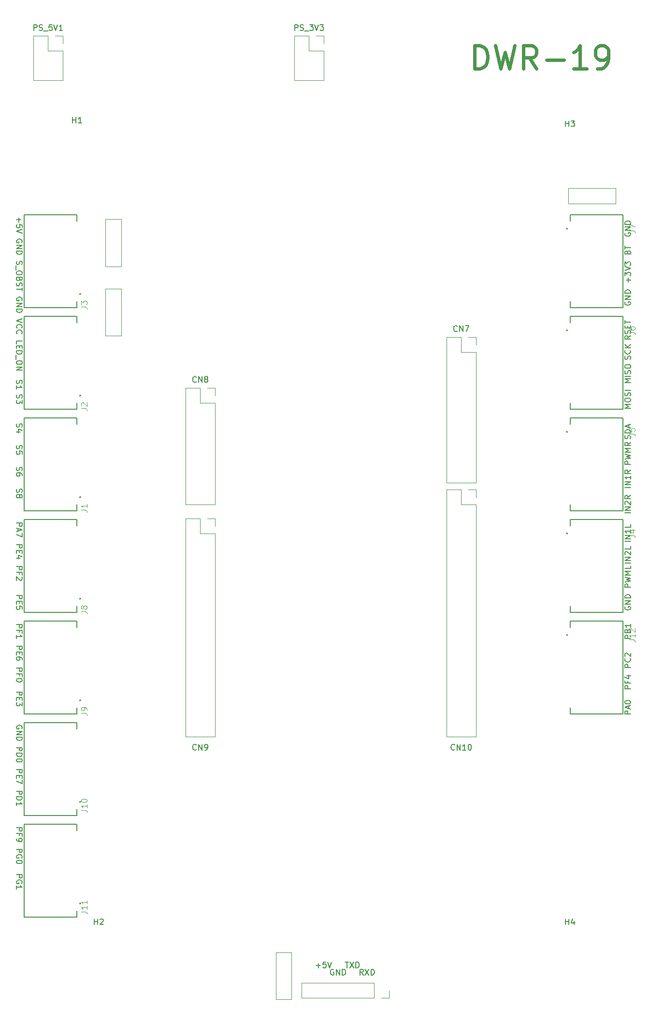
<source format=gbr>
%TF.GenerationSoftware,KiCad,Pcbnew,(5.1.10)-1*%
%TF.CreationDate,2021-06-13T22:47:20+01:00*%
%TF.ProjectId,shield,73686965-6c64-42e6-9b69-6361645f7063,rev?*%
%TF.SameCoordinates,Original*%
%TF.FileFunction,Legend,Top*%
%TF.FilePolarity,Positive*%
%FSLAX46Y46*%
G04 Gerber Fmt 4.6, Leading zero omitted, Abs format (unit mm)*
G04 Created by KiCad (PCBNEW (5.1.10)-1) date 2021-06-13 22:47:20*
%MOMM*%
%LPD*%
G01*
G04 APERTURE LIST*
%ADD10C,0.150000*%
%ADD11C,0.600000*%
%ADD12C,0.200000*%
%ADD13C,0.127000*%
%ADD14C,0.120000*%
%ADD15C,0.015000*%
G04 APERTURE END LIST*
D10*
X49077619Y-173386904D02*
X50077619Y-173386904D01*
X50077619Y-173767857D01*
X50030000Y-173863095D01*
X49982380Y-173910714D01*
X49887142Y-173958333D01*
X49744285Y-173958333D01*
X49649047Y-173910714D01*
X49601428Y-173863095D01*
X49553809Y-173767857D01*
X49553809Y-173386904D01*
X50030000Y-174910714D02*
X50077619Y-174815476D01*
X50077619Y-174672619D01*
X50030000Y-174529761D01*
X49934761Y-174434523D01*
X49839523Y-174386904D01*
X49649047Y-174339285D01*
X49506190Y-174339285D01*
X49315714Y-174386904D01*
X49220476Y-174434523D01*
X49125238Y-174529761D01*
X49077619Y-174672619D01*
X49077619Y-174767857D01*
X49125238Y-174910714D01*
X49172857Y-174958333D01*
X49506190Y-174958333D01*
X49506190Y-174767857D01*
X49077619Y-175910714D02*
X49077619Y-175339285D01*
X49077619Y-175625000D02*
X50077619Y-175625000D01*
X49934761Y-175529761D01*
X49839523Y-175434523D01*
X49791904Y-175339285D01*
D11*
X129350952Y-32289523D02*
X129350952Y-28289523D01*
X130303333Y-28289523D01*
X130874761Y-28480000D01*
X131255714Y-28860952D01*
X131446190Y-29241904D01*
X131636666Y-30003809D01*
X131636666Y-30575238D01*
X131446190Y-31337142D01*
X131255714Y-31718095D01*
X130874761Y-32099047D01*
X130303333Y-32289523D01*
X129350952Y-32289523D01*
X132970000Y-28289523D02*
X133922380Y-32289523D01*
X134684285Y-29432380D01*
X135446190Y-32289523D01*
X136398571Y-28289523D01*
X140208095Y-32289523D02*
X138874761Y-30384761D01*
X137922380Y-32289523D02*
X137922380Y-28289523D01*
X139446190Y-28289523D01*
X139827142Y-28480000D01*
X140017619Y-28670476D01*
X140208095Y-29051428D01*
X140208095Y-29622857D01*
X140017619Y-30003809D01*
X139827142Y-30194285D01*
X139446190Y-30384761D01*
X137922380Y-30384761D01*
X141922380Y-30765714D02*
X144970000Y-30765714D01*
X148970000Y-32289523D02*
X146684285Y-32289523D01*
X147827142Y-32289523D02*
X147827142Y-28289523D01*
X147446190Y-28860952D01*
X147065238Y-29241904D01*
X146684285Y-29432380D01*
X150874761Y-32289523D02*
X151636666Y-32289523D01*
X152017619Y-32099047D01*
X152208095Y-31908571D01*
X152589047Y-31337142D01*
X152779523Y-30575238D01*
X152779523Y-29051428D01*
X152589047Y-28670476D01*
X152398571Y-28480000D01*
X152017619Y-28289523D01*
X151255714Y-28289523D01*
X150874761Y-28480000D01*
X150684285Y-28670476D01*
X150493809Y-29051428D01*
X150493809Y-30003809D01*
X150684285Y-30384761D01*
X150874761Y-30575238D01*
X151255714Y-30765714D01*
X152017619Y-30765714D01*
X152398571Y-30575238D01*
X152589047Y-30384761D01*
X152779523Y-30003809D01*
D10*
X156662380Y-145311666D02*
X155662380Y-145311666D01*
X155662380Y-144930714D01*
X155710000Y-144835476D01*
X155757619Y-144787857D01*
X155852857Y-144740238D01*
X155995714Y-144740238D01*
X156090952Y-144787857D01*
X156138571Y-144835476D01*
X156186190Y-144930714D01*
X156186190Y-145311666D01*
X156376666Y-144359285D02*
X156376666Y-143883095D01*
X156662380Y-144454523D02*
X155662380Y-144121190D01*
X156662380Y-143787857D01*
X155662380Y-143264047D02*
X155662380Y-143168809D01*
X155710000Y-143073571D01*
X155757619Y-143025952D01*
X155852857Y-142978333D01*
X156043333Y-142930714D01*
X156281428Y-142930714D01*
X156471904Y-142978333D01*
X156567142Y-143025952D01*
X156614761Y-143073571D01*
X156662380Y-143168809D01*
X156662380Y-143264047D01*
X156614761Y-143359285D01*
X156567142Y-143406904D01*
X156471904Y-143454523D01*
X156281428Y-143502142D01*
X156043333Y-143502142D01*
X155852857Y-143454523D01*
X155757619Y-143406904D01*
X155710000Y-143359285D01*
X155662380Y-143264047D01*
X156662380Y-140866666D02*
X155662380Y-140866666D01*
X155662380Y-140485714D01*
X155710000Y-140390476D01*
X155757619Y-140342857D01*
X155852857Y-140295238D01*
X155995714Y-140295238D01*
X156090952Y-140342857D01*
X156138571Y-140390476D01*
X156186190Y-140485714D01*
X156186190Y-140866666D01*
X156138571Y-139533333D02*
X156138571Y-139866666D01*
X156662380Y-139866666D02*
X155662380Y-139866666D01*
X155662380Y-139390476D01*
X155995714Y-138580952D02*
X156662380Y-138580952D01*
X155614761Y-138819047D02*
X156329047Y-139057142D01*
X156329047Y-138438095D01*
X156662380Y-137128095D02*
X155662380Y-137128095D01*
X155662380Y-136747142D01*
X155710000Y-136651904D01*
X155757619Y-136604285D01*
X155852857Y-136556666D01*
X155995714Y-136556666D01*
X156090952Y-136604285D01*
X156138571Y-136651904D01*
X156186190Y-136747142D01*
X156186190Y-137128095D01*
X156567142Y-135556666D02*
X156614761Y-135604285D01*
X156662380Y-135747142D01*
X156662380Y-135842380D01*
X156614761Y-135985238D01*
X156519523Y-136080476D01*
X156424285Y-136128095D01*
X156233809Y-136175714D01*
X156090952Y-136175714D01*
X155900476Y-136128095D01*
X155805238Y-136080476D01*
X155710000Y-135985238D01*
X155662380Y-135842380D01*
X155662380Y-135747142D01*
X155710000Y-135604285D01*
X155757619Y-135556666D01*
X155757619Y-135175714D02*
X155710000Y-135128095D01*
X155662380Y-135032857D01*
X155662380Y-134794761D01*
X155710000Y-134699523D01*
X155757619Y-134651904D01*
X155852857Y-134604285D01*
X155948095Y-134604285D01*
X156090952Y-134651904D01*
X156662380Y-135223333D01*
X156662380Y-134604285D01*
X156662380Y-132048095D02*
X155662380Y-132048095D01*
X155662380Y-131667142D01*
X155710000Y-131571904D01*
X155757619Y-131524285D01*
X155852857Y-131476666D01*
X155995714Y-131476666D01*
X156090952Y-131524285D01*
X156138571Y-131571904D01*
X156186190Y-131667142D01*
X156186190Y-132048095D01*
X156138571Y-130714761D02*
X156186190Y-130571904D01*
X156233809Y-130524285D01*
X156329047Y-130476666D01*
X156471904Y-130476666D01*
X156567142Y-130524285D01*
X156614761Y-130571904D01*
X156662380Y-130667142D01*
X156662380Y-131048095D01*
X155662380Y-131048095D01*
X155662380Y-130714761D01*
X155710000Y-130619523D01*
X155757619Y-130571904D01*
X155852857Y-130524285D01*
X155948095Y-130524285D01*
X156043333Y-130571904D01*
X156090952Y-130619523D01*
X156138571Y-130714761D01*
X156138571Y-131048095D01*
X156662380Y-129524285D02*
X156662380Y-130095714D01*
X156662380Y-129810000D02*
X155662380Y-129810000D01*
X155805238Y-129905238D01*
X155900476Y-130000476D01*
X155948095Y-130095714D01*
X155710000Y-126491904D02*
X155662380Y-126587142D01*
X155662380Y-126730000D01*
X155710000Y-126872857D01*
X155805238Y-126968095D01*
X155900476Y-127015714D01*
X156090952Y-127063333D01*
X156233809Y-127063333D01*
X156424285Y-127015714D01*
X156519523Y-126968095D01*
X156614761Y-126872857D01*
X156662380Y-126730000D01*
X156662380Y-126634761D01*
X156614761Y-126491904D01*
X156567142Y-126444285D01*
X156233809Y-126444285D01*
X156233809Y-126634761D01*
X156662380Y-126015714D02*
X155662380Y-126015714D01*
X156662380Y-125444285D01*
X155662380Y-125444285D01*
X156662380Y-124968095D02*
X155662380Y-124968095D01*
X155662380Y-124730000D01*
X155710000Y-124587142D01*
X155805238Y-124491904D01*
X155900476Y-124444285D01*
X156090952Y-124396666D01*
X156233809Y-124396666D01*
X156424285Y-124444285D01*
X156519523Y-124491904D01*
X156614761Y-124587142D01*
X156662380Y-124730000D01*
X156662380Y-124968095D01*
X156662380Y-123094523D02*
X155662380Y-123094523D01*
X155662380Y-122713571D01*
X155710000Y-122618333D01*
X155757619Y-122570714D01*
X155852857Y-122523095D01*
X155995714Y-122523095D01*
X156090952Y-122570714D01*
X156138571Y-122618333D01*
X156186190Y-122713571D01*
X156186190Y-123094523D01*
X155662380Y-122189761D02*
X156662380Y-121951666D01*
X155948095Y-121761190D01*
X156662380Y-121570714D01*
X155662380Y-121332619D01*
X156662380Y-120951666D02*
X155662380Y-120951666D01*
X156376666Y-120618333D01*
X155662380Y-120285000D01*
X156662380Y-120285000D01*
X156662380Y-119332619D02*
X156662380Y-119808809D01*
X155662380Y-119808809D01*
X156662380Y-118879761D02*
X155662380Y-118879761D01*
X156662380Y-118403571D02*
X155662380Y-118403571D01*
X156662380Y-117832142D01*
X155662380Y-117832142D01*
X155757619Y-117403571D02*
X155710000Y-117355952D01*
X155662380Y-117260714D01*
X155662380Y-117022619D01*
X155710000Y-116927380D01*
X155757619Y-116879761D01*
X155852857Y-116832142D01*
X155948095Y-116832142D01*
X156090952Y-116879761D01*
X156662380Y-117451190D01*
X156662380Y-116832142D01*
X156662380Y-115927380D02*
X156662380Y-116403571D01*
X155662380Y-116403571D01*
X156662380Y-115069761D02*
X155662380Y-115069761D01*
X156662380Y-114593571D02*
X155662380Y-114593571D01*
X156662380Y-114022142D01*
X155662380Y-114022142D01*
X156662380Y-113022142D02*
X156662380Y-113593571D01*
X156662380Y-113307857D02*
X155662380Y-113307857D01*
X155805238Y-113403095D01*
X155900476Y-113498333D01*
X155948095Y-113593571D01*
X156662380Y-112117380D02*
X156662380Y-112593571D01*
X155662380Y-112593571D01*
X156662380Y-110085000D02*
X155662380Y-110085000D01*
X156662380Y-109608809D02*
X155662380Y-109608809D01*
X156662380Y-109037380D01*
X155662380Y-109037380D01*
X155757619Y-108608809D02*
X155710000Y-108561190D01*
X155662380Y-108465952D01*
X155662380Y-108227857D01*
X155710000Y-108132619D01*
X155757619Y-108085000D01*
X155852857Y-108037380D01*
X155948095Y-108037380D01*
X156090952Y-108085000D01*
X156662380Y-108656428D01*
X156662380Y-108037380D01*
X156662380Y-107037380D02*
X156186190Y-107370714D01*
X156662380Y-107608809D02*
X155662380Y-107608809D01*
X155662380Y-107227857D01*
X155710000Y-107132619D01*
X155757619Y-107085000D01*
X155852857Y-107037380D01*
X155995714Y-107037380D01*
X156090952Y-107085000D01*
X156138571Y-107132619D01*
X156186190Y-107227857D01*
X156186190Y-107608809D01*
X156662380Y-105640000D02*
X155662380Y-105640000D01*
X156662380Y-105163809D02*
X155662380Y-105163809D01*
X156662380Y-104592380D01*
X155662380Y-104592380D01*
X156662380Y-103592380D02*
X156662380Y-104163809D01*
X156662380Y-103878095D02*
X155662380Y-103878095D01*
X155805238Y-103973333D01*
X155900476Y-104068571D01*
X155948095Y-104163809D01*
X156662380Y-102592380D02*
X156186190Y-102925714D01*
X156662380Y-103163809D02*
X155662380Y-103163809D01*
X155662380Y-102782857D01*
X155710000Y-102687619D01*
X155757619Y-102640000D01*
X155852857Y-102592380D01*
X155995714Y-102592380D01*
X156090952Y-102640000D01*
X156138571Y-102687619D01*
X156186190Y-102782857D01*
X156186190Y-103163809D01*
X156662380Y-101599761D02*
X155662380Y-101599761D01*
X155662380Y-101218809D01*
X155710000Y-101123571D01*
X155757619Y-101075952D01*
X155852857Y-101028333D01*
X155995714Y-101028333D01*
X156090952Y-101075952D01*
X156138571Y-101123571D01*
X156186190Y-101218809D01*
X156186190Y-101599761D01*
X155662380Y-100695000D02*
X156662380Y-100456904D01*
X155948095Y-100266428D01*
X156662380Y-100075952D01*
X155662380Y-99837857D01*
X156662380Y-99456904D02*
X155662380Y-99456904D01*
X156376666Y-99123571D01*
X155662380Y-98790238D01*
X156662380Y-98790238D01*
X156662380Y-97742619D02*
X156186190Y-98075952D01*
X156662380Y-98314047D02*
X155662380Y-98314047D01*
X155662380Y-97933095D01*
X155710000Y-97837857D01*
X155757619Y-97790238D01*
X155852857Y-97742619D01*
X155995714Y-97742619D01*
X156090952Y-97790238D01*
X156138571Y-97837857D01*
X156186190Y-97933095D01*
X156186190Y-98314047D01*
X156614761Y-97099285D02*
X156662380Y-96956428D01*
X156662380Y-96718333D01*
X156614761Y-96623095D01*
X156567142Y-96575476D01*
X156471904Y-96527857D01*
X156376666Y-96527857D01*
X156281428Y-96575476D01*
X156233809Y-96623095D01*
X156186190Y-96718333D01*
X156138571Y-96908809D01*
X156090952Y-97004047D01*
X156043333Y-97051666D01*
X155948095Y-97099285D01*
X155852857Y-97099285D01*
X155757619Y-97051666D01*
X155710000Y-97004047D01*
X155662380Y-96908809D01*
X155662380Y-96670714D01*
X155710000Y-96527857D01*
X156662380Y-96099285D02*
X155662380Y-96099285D01*
X155662380Y-95861190D01*
X155710000Y-95718333D01*
X155805238Y-95623095D01*
X155900476Y-95575476D01*
X156090952Y-95527857D01*
X156233809Y-95527857D01*
X156424285Y-95575476D01*
X156519523Y-95623095D01*
X156614761Y-95718333D01*
X156662380Y-95861190D01*
X156662380Y-96099285D01*
X156376666Y-95146904D02*
X156376666Y-94670714D01*
X156662380Y-95242142D02*
X155662380Y-94908809D01*
X156662380Y-94575476D01*
X156662380Y-91741428D02*
X155662380Y-91741428D01*
X156376666Y-91408095D01*
X155662380Y-91074761D01*
X156662380Y-91074761D01*
X155662380Y-90408095D02*
X155662380Y-90217619D01*
X155710000Y-90122380D01*
X155805238Y-90027142D01*
X155995714Y-89979523D01*
X156329047Y-89979523D01*
X156519523Y-90027142D01*
X156614761Y-90122380D01*
X156662380Y-90217619D01*
X156662380Y-90408095D01*
X156614761Y-90503333D01*
X156519523Y-90598571D01*
X156329047Y-90646190D01*
X155995714Y-90646190D01*
X155805238Y-90598571D01*
X155710000Y-90503333D01*
X155662380Y-90408095D01*
X156614761Y-89598571D02*
X156662380Y-89455714D01*
X156662380Y-89217619D01*
X156614761Y-89122380D01*
X156567142Y-89074761D01*
X156471904Y-89027142D01*
X156376666Y-89027142D01*
X156281428Y-89074761D01*
X156233809Y-89122380D01*
X156186190Y-89217619D01*
X156138571Y-89408095D01*
X156090952Y-89503333D01*
X156043333Y-89550952D01*
X155948095Y-89598571D01*
X155852857Y-89598571D01*
X155757619Y-89550952D01*
X155710000Y-89503333D01*
X155662380Y-89408095D01*
X155662380Y-89170000D01*
X155710000Y-89027142D01*
X156662380Y-88598571D02*
X155662380Y-88598571D01*
X156662380Y-87296428D02*
X155662380Y-87296428D01*
X156376666Y-86963095D01*
X155662380Y-86629761D01*
X156662380Y-86629761D01*
X156662380Y-86153571D02*
X155662380Y-86153571D01*
X156614761Y-85725000D02*
X156662380Y-85582142D01*
X156662380Y-85344047D01*
X156614761Y-85248809D01*
X156567142Y-85201190D01*
X156471904Y-85153571D01*
X156376666Y-85153571D01*
X156281428Y-85201190D01*
X156233809Y-85248809D01*
X156186190Y-85344047D01*
X156138571Y-85534523D01*
X156090952Y-85629761D01*
X156043333Y-85677380D01*
X155948095Y-85725000D01*
X155852857Y-85725000D01*
X155757619Y-85677380D01*
X155710000Y-85629761D01*
X155662380Y-85534523D01*
X155662380Y-85296428D01*
X155710000Y-85153571D01*
X155662380Y-84534523D02*
X155662380Y-84344047D01*
X155710000Y-84248809D01*
X155805238Y-84153571D01*
X155995714Y-84105952D01*
X156329047Y-84105952D01*
X156519523Y-84153571D01*
X156614761Y-84248809D01*
X156662380Y-84344047D01*
X156662380Y-84534523D01*
X156614761Y-84629761D01*
X156519523Y-84725000D01*
X156329047Y-84772619D01*
X155995714Y-84772619D01*
X155805238Y-84725000D01*
X155710000Y-84629761D01*
X155662380Y-84534523D01*
X156614761Y-83200714D02*
X156662380Y-83057857D01*
X156662380Y-82819761D01*
X156614761Y-82724523D01*
X156567142Y-82676904D01*
X156471904Y-82629285D01*
X156376666Y-82629285D01*
X156281428Y-82676904D01*
X156233809Y-82724523D01*
X156186190Y-82819761D01*
X156138571Y-83010238D01*
X156090952Y-83105476D01*
X156043333Y-83153095D01*
X155948095Y-83200714D01*
X155852857Y-83200714D01*
X155757619Y-83153095D01*
X155710000Y-83105476D01*
X155662380Y-83010238D01*
X155662380Y-82772142D01*
X155710000Y-82629285D01*
X156567142Y-81629285D02*
X156614761Y-81676904D01*
X156662380Y-81819761D01*
X156662380Y-81915000D01*
X156614761Y-82057857D01*
X156519523Y-82153095D01*
X156424285Y-82200714D01*
X156233809Y-82248333D01*
X156090952Y-82248333D01*
X155900476Y-82200714D01*
X155805238Y-82153095D01*
X155710000Y-82057857D01*
X155662380Y-81915000D01*
X155662380Y-81819761D01*
X155710000Y-81676904D01*
X155757619Y-81629285D01*
X156662380Y-81200714D02*
X155662380Y-81200714D01*
X156662380Y-80629285D02*
X156090952Y-81057857D01*
X155662380Y-80629285D02*
X156233809Y-81200714D01*
X156662380Y-79105000D02*
X156186190Y-79438333D01*
X156662380Y-79676428D02*
X155662380Y-79676428D01*
X155662380Y-79295476D01*
X155710000Y-79200238D01*
X155757619Y-79152619D01*
X155852857Y-79105000D01*
X155995714Y-79105000D01*
X156090952Y-79152619D01*
X156138571Y-79200238D01*
X156186190Y-79295476D01*
X156186190Y-79676428D01*
X156614761Y-78724047D02*
X156662380Y-78581190D01*
X156662380Y-78343095D01*
X156614761Y-78247857D01*
X156567142Y-78200238D01*
X156471904Y-78152619D01*
X156376666Y-78152619D01*
X156281428Y-78200238D01*
X156233809Y-78247857D01*
X156186190Y-78343095D01*
X156138571Y-78533571D01*
X156090952Y-78628809D01*
X156043333Y-78676428D01*
X155948095Y-78724047D01*
X155852857Y-78724047D01*
X155757619Y-78676428D01*
X155710000Y-78628809D01*
X155662380Y-78533571D01*
X155662380Y-78295476D01*
X155710000Y-78152619D01*
X156138571Y-77724047D02*
X156138571Y-77390714D01*
X156662380Y-77247857D02*
X156662380Y-77724047D01*
X155662380Y-77724047D01*
X155662380Y-77247857D01*
X155662380Y-76962142D02*
X155662380Y-76390714D01*
X156662380Y-76676428D02*
X155662380Y-76676428D01*
X155710000Y-73151904D02*
X155662380Y-73247142D01*
X155662380Y-73390000D01*
X155710000Y-73532857D01*
X155805238Y-73628095D01*
X155900476Y-73675714D01*
X156090952Y-73723333D01*
X156233809Y-73723333D01*
X156424285Y-73675714D01*
X156519523Y-73628095D01*
X156614761Y-73532857D01*
X156662380Y-73390000D01*
X156662380Y-73294761D01*
X156614761Y-73151904D01*
X156567142Y-73104285D01*
X156233809Y-73104285D01*
X156233809Y-73294761D01*
X156662380Y-72675714D02*
X155662380Y-72675714D01*
X156662380Y-72104285D01*
X155662380Y-72104285D01*
X156662380Y-71628095D02*
X155662380Y-71628095D01*
X155662380Y-71390000D01*
X155710000Y-71247142D01*
X155805238Y-71151904D01*
X155900476Y-71104285D01*
X156090952Y-71056666D01*
X156233809Y-71056666D01*
X156424285Y-71104285D01*
X156519523Y-71151904D01*
X156614761Y-71247142D01*
X156662380Y-71390000D01*
X156662380Y-71628095D01*
X156281428Y-69706904D02*
X156281428Y-68945000D01*
X156662380Y-69325952D02*
X155900476Y-69325952D01*
X155662380Y-68564047D02*
X155662380Y-67945000D01*
X156043333Y-68278333D01*
X156043333Y-68135476D01*
X156090952Y-68040238D01*
X156138571Y-67992619D01*
X156233809Y-67945000D01*
X156471904Y-67945000D01*
X156567142Y-67992619D01*
X156614761Y-68040238D01*
X156662380Y-68135476D01*
X156662380Y-68421190D01*
X156614761Y-68516428D01*
X156567142Y-68564047D01*
X155662380Y-67659285D02*
X156662380Y-67325952D01*
X155662380Y-66992619D01*
X155662380Y-66754523D02*
X155662380Y-66135476D01*
X156043333Y-66468809D01*
X156043333Y-66325952D01*
X156090952Y-66230714D01*
X156138571Y-66183095D01*
X156233809Y-66135476D01*
X156471904Y-66135476D01*
X156567142Y-66183095D01*
X156614761Y-66230714D01*
X156662380Y-66325952D01*
X156662380Y-66611666D01*
X156614761Y-66706904D01*
X156567142Y-66754523D01*
X156138571Y-64444523D02*
X156186190Y-64301666D01*
X156233809Y-64254047D01*
X156329047Y-64206428D01*
X156471904Y-64206428D01*
X156567142Y-64254047D01*
X156614761Y-64301666D01*
X156662380Y-64396904D01*
X156662380Y-64777857D01*
X155662380Y-64777857D01*
X155662380Y-64444523D01*
X155710000Y-64349285D01*
X155757619Y-64301666D01*
X155852857Y-64254047D01*
X155948095Y-64254047D01*
X156043333Y-64301666D01*
X156090952Y-64349285D01*
X156138571Y-64444523D01*
X156138571Y-64777857D01*
X155662380Y-63920714D02*
X155662380Y-63349285D01*
X156662380Y-63635000D02*
X155662380Y-63635000D01*
X155710000Y-61086904D02*
X155662380Y-61182142D01*
X155662380Y-61325000D01*
X155710000Y-61467857D01*
X155805238Y-61563095D01*
X155900476Y-61610714D01*
X156090952Y-61658333D01*
X156233809Y-61658333D01*
X156424285Y-61610714D01*
X156519523Y-61563095D01*
X156614761Y-61467857D01*
X156662380Y-61325000D01*
X156662380Y-61229761D01*
X156614761Y-61086904D01*
X156567142Y-61039285D01*
X156233809Y-61039285D01*
X156233809Y-61229761D01*
X156662380Y-60610714D02*
X155662380Y-60610714D01*
X156662380Y-60039285D01*
X155662380Y-60039285D01*
X156662380Y-59563095D02*
X155662380Y-59563095D01*
X155662380Y-59325000D01*
X155710000Y-59182142D01*
X155805238Y-59086904D01*
X155900476Y-59039285D01*
X156090952Y-58991666D01*
X156233809Y-58991666D01*
X156424285Y-59039285D01*
X156519523Y-59086904D01*
X156614761Y-59182142D01*
X156662380Y-59325000D01*
X156662380Y-59563095D01*
X101584285Y-189301428D02*
X102346190Y-189301428D01*
X101965238Y-189682380D02*
X101965238Y-188920476D01*
X103298571Y-188682380D02*
X102822380Y-188682380D01*
X102774761Y-189158571D01*
X102822380Y-189110952D01*
X102917619Y-189063333D01*
X103155714Y-189063333D01*
X103250952Y-189110952D01*
X103298571Y-189158571D01*
X103346190Y-189253809D01*
X103346190Y-189491904D01*
X103298571Y-189587142D01*
X103250952Y-189634761D01*
X103155714Y-189682380D01*
X102917619Y-189682380D01*
X102822380Y-189634761D01*
X102774761Y-189587142D01*
X103631904Y-188682380D02*
X103965238Y-189682380D01*
X104298571Y-188682380D01*
X109823333Y-190952380D02*
X109490000Y-190476190D01*
X109251904Y-190952380D02*
X109251904Y-189952380D01*
X109632857Y-189952380D01*
X109728095Y-190000000D01*
X109775714Y-190047619D01*
X109823333Y-190142857D01*
X109823333Y-190285714D01*
X109775714Y-190380952D01*
X109728095Y-190428571D01*
X109632857Y-190476190D01*
X109251904Y-190476190D01*
X110156666Y-189952380D02*
X110823333Y-190952380D01*
X110823333Y-189952380D02*
X110156666Y-190952380D01*
X111204285Y-190952380D02*
X111204285Y-189952380D01*
X111442380Y-189952380D01*
X111585238Y-190000000D01*
X111680476Y-190095238D01*
X111728095Y-190190476D01*
X111775714Y-190380952D01*
X111775714Y-190523809D01*
X111728095Y-190714285D01*
X111680476Y-190809523D01*
X111585238Y-190904761D01*
X111442380Y-190952380D01*
X111204285Y-190952380D01*
X106688095Y-188682380D02*
X107259523Y-188682380D01*
X106973809Y-189682380D02*
X106973809Y-188682380D01*
X107497619Y-188682380D02*
X108164285Y-189682380D01*
X108164285Y-188682380D02*
X107497619Y-189682380D01*
X108545238Y-189682380D02*
X108545238Y-188682380D01*
X108783333Y-188682380D01*
X108926190Y-188730000D01*
X109021428Y-188825238D01*
X109069047Y-188920476D01*
X109116666Y-189110952D01*
X109116666Y-189253809D01*
X109069047Y-189444285D01*
X109021428Y-189539523D01*
X108926190Y-189634761D01*
X108783333Y-189682380D01*
X108545238Y-189682380D01*
X104648095Y-190000000D02*
X104552857Y-189952380D01*
X104410000Y-189952380D01*
X104267142Y-190000000D01*
X104171904Y-190095238D01*
X104124285Y-190190476D01*
X104076666Y-190380952D01*
X104076666Y-190523809D01*
X104124285Y-190714285D01*
X104171904Y-190809523D01*
X104267142Y-190904761D01*
X104410000Y-190952380D01*
X104505238Y-190952380D01*
X104648095Y-190904761D01*
X104695714Y-190857142D01*
X104695714Y-190523809D01*
X104505238Y-190523809D01*
X105124285Y-190952380D02*
X105124285Y-189952380D01*
X105695714Y-190952380D01*
X105695714Y-189952380D01*
X106171904Y-190952380D02*
X106171904Y-189952380D01*
X106410000Y-189952380D01*
X106552857Y-190000000D01*
X106648095Y-190095238D01*
X106695714Y-190190476D01*
X106743333Y-190380952D01*
X106743333Y-190523809D01*
X106695714Y-190714285D01*
X106648095Y-190809523D01*
X106552857Y-190904761D01*
X106410000Y-190952380D01*
X106171904Y-190952380D01*
X49077619Y-168941904D02*
X50077619Y-168941904D01*
X50077619Y-169322857D01*
X50030000Y-169418095D01*
X49982380Y-169465714D01*
X49887142Y-169513333D01*
X49744285Y-169513333D01*
X49649047Y-169465714D01*
X49601428Y-169418095D01*
X49553809Y-169322857D01*
X49553809Y-168941904D01*
X50030000Y-170465714D02*
X50077619Y-170370476D01*
X50077619Y-170227619D01*
X50030000Y-170084761D01*
X49934761Y-169989523D01*
X49839523Y-169941904D01*
X49649047Y-169894285D01*
X49506190Y-169894285D01*
X49315714Y-169941904D01*
X49220476Y-169989523D01*
X49125238Y-170084761D01*
X49077619Y-170227619D01*
X49077619Y-170322857D01*
X49125238Y-170465714D01*
X49172857Y-170513333D01*
X49506190Y-170513333D01*
X49506190Y-170322857D01*
X50077619Y-171132380D02*
X50077619Y-171227619D01*
X50030000Y-171322857D01*
X49982380Y-171370476D01*
X49887142Y-171418095D01*
X49696666Y-171465714D01*
X49458571Y-171465714D01*
X49268095Y-171418095D01*
X49172857Y-171370476D01*
X49125238Y-171322857D01*
X49077619Y-171227619D01*
X49077619Y-171132380D01*
X49125238Y-171037142D01*
X49172857Y-170989523D01*
X49268095Y-170941904D01*
X49458571Y-170894285D01*
X49696666Y-170894285D01*
X49887142Y-170941904D01*
X49982380Y-170989523D01*
X50030000Y-171037142D01*
X50077619Y-171132380D01*
X49077619Y-165203333D02*
X50077619Y-165203333D01*
X50077619Y-165584285D01*
X50030000Y-165679523D01*
X49982380Y-165727142D01*
X49887142Y-165774761D01*
X49744285Y-165774761D01*
X49649047Y-165727142D01*
X49601428Y-165679523D01*
X49553809Y-165584285D01*
X49553809Y-165203333D01*
X49601428Y-166536666D02*
X49601428Y-166203333D01*
X49077619Y-166203333D02*
X50077619Y-166203333D01*
X50077619Y-166679523D01*
X49077619Y-167108095D02*
X49077619Y-167298571D01*
X49125238Y-167393809D01*
X49172857Y-167441428D01*
X49315714Y-167536666D01*
X49506190Y-167584285D01*
X49887142Y-167584285D01*
X49982380Y-167536666D01*
X50030000Y-167489047D01*
X50077619Y-167393809D01*
X50077619Y-167203333D01*
X50030000Y-167108095D01*
X49982380Y-167060476D01*
X49887142Y-167012857D01*
X49649047Y-167012857D01*
X49553809Y-167060476D01*
X49506190Y-167108095D01*
X49458571Y-167203333D01*
X49458571Y-167393809D01*
X49506190Y-167489047D01*
X49553809Y-167536666D01*
X49649047Y-167584285D01*
X49077619Y-158781904D02*
X50077619Y-158781904D01*
X50077619Y-159162857D01*
X50030000Y-159258095D01*
X49982380Y-159305714D01*
X49887142Y-159353333D01*
X49744285Y-159353333D01*
X49649047Y-159305714D01*
X49601428Y-159258095D01*
X49553809Y-159162857D01*
X49553809Y-158781904D01*
X49077619Y-159781904D02*
X50077619Y-159781904D01*
X50077619Y-160020000D01*
X50030000Y-160162857D01*
X49934761Y-160258095D01*
X49839523Y-160305714D01*
X49649047Y-160353333D01*
X49506190Y-160353333D01*
X49315714Y-160305714D01*
X49220476Y-160258095D01*
X49125238Y-160162857D01*
X49077619Y-160020000D01*
X49077619Y-159781904D01*
X49077619Y-161305714D02*
X49077619Y-160734285D01*
X49077619Y-161020000D02*
X50077619Y-161020000D01*
X49934761Y-160924761D01*
X49839523Y-160829523D01*
X49791904Y-160734285D01*
X49077619Y-155019523D02*
X50077619Y-155019523D01*
X50077619Y-155400476D01*
X50030000Y-155495714D01*
X49982380Y-155543333D01*
X49887142Y-155590952D01*
X49744285Y-155590952D01*
X49649047Y-155543333D01*
X49601428Y-155495714D01*
X49553809Y-155400476D01*
X49553809Y-155019523D01*
X49601428Y-156019523D02*
X49601428Y-156352857D01*
X49077619Y-156495714D02*
X49077619Y-156019523D01*
X50077619Y-156019523D01*
X50077619Y-156495714D01*
X50077619Y-156829047D02*
X50077619Y-157495714D01*
X49077619Y-157067142D01*
X49077619Y-151161904D02*
X50077619Y-151161904D01*
X50077619Y-151542857D01*
X50030000Y-151638095D01*
X49982380Y-151685714D01*
X49887142Y-151733333D01*
X49744285Y-151733333D01*
X49649047Y-151685714D01*
X49601428Y-151638095D01*
X49553809Y-151542857D01*
X49553809Y-151161904D01*
X49077619Y-152161904D02*
X50077619Y-152161904D01*
X50077619Y-152400000D01*
X50030000Y-152542857D01*
X49934761Y-152638095D01*
X49839523Y-152685714D01*
X49649047Y-152733333D01*
X49506190Y-152733333D01*
X49315714Y-152685714D01*
X49220476Y-152638095D01*
X49125238Y-152542857D01*
X49077619Y-152400000D01*
X49077619Y-152161904D01*
X50077619Y-153352380D02*
X50077619Y-153447619D01*
X50030000Y-153542857D01*
X49982380Y-153590476D01*
X49887142Y-153638095D01*
X49696666Y-153685714D01*
X49458571Y-153685714D01*
X49268095Y-153638095D01*
X49172857Y-153590476D01*
X49125238Y-153542857D01*
X49077619Y-153447619D01*
X49077619Y-153352380D01*
X49125238Y-153257142D01*
X49172857Y-153209523D01*
X49268095Y-153161904D01*
X49458571Y-153114285D01*
X49696666Y-153114285D01*
X49887142Y-153161904D01*
X49982380Y-153209523D01*
X50030000Y-153257142D01*
X50077619Y-153352380D01*
X50030000Y-147828095D02*
X50077619Y-147732857D01*
X50077619Y-147590000D01*
X50030000Y-147447142D01*
X49934761Y-147351904D01*
X49839523Y-147304285D01*
X49649047Y-147256666D01*
X49506190Y-147256666D01*
X49315714Y-147304285D01*
X49220476Y-147351904D01*
X49125238Y-147447142D01*
X49077619Y-147590000D01*
X49077619Y-147685238D01*
X49125238Y-147828095D01*
X49172857Y-147875714D01*
X49506190Y-147875714D01*
X49506190Y-147685238D01*
X49077619Y-148304285D02*
X50077619Y-148304285D01*
X49077619Y-148875714D01*
X50077619Y-148875714D01*
X49077619Y-149351904D02*
X50077619Y-149351904D01*
X50077619Y-149590000D01*
X50030000Y-149732857D01*
X49934761Y-149828095D01*
X49839523Y-149875714D01*
X49649047Y-149923333D01*
X49506190Y-149923333D01*
X49315714Y-149875714D01*
X49220476Y-149828095D01*
X49125238Y-149732857D01*
X49077619Y-149590000D01*
X49077619Y-149351904D01*
X49077619Y-141428452D02*
X50077619Y-141428452D01*
X50077619Y-141809404D01*
X50030000Y-141904642D01*
X49982380Y-141952261D01*
X49887142Y-141999880D01*
X49744285Y-141999880D01*
X49649047Y-141952261D01*
X49601428Y-141904642D01*
X49553809Y-141809404D01*
X49553809Y-141428452D01*
X49601428Y-142428452D02*
X49601428Y-142761785D01*
X49077619Y-142904642D02*
X49077619Y-142428452D01*
X50077619Y-142428452D01*
X50077619Y-142904642D01*
X50077619Y-143237976D02*
X50077619Y-143857023D01*
X49696666Y-143523690D01*
X49696666Y-143666547D01*
X49649047Y-143761785D01*
X49601428Y-143809404D01*
X49506190Y-143857023D01*
X49268095Y-143857023D01*
X49172857Y-143809404D01*
X49125238Y-143761785D01*
X49077619Y-143666547D01*
X49077619Y-143380833D01*
X49125238Y-143285595D01*
X49172857Y-143237976D01*
X49077619Y-137263333D02*
X50077619Y-137263333D01*
X50077619Y-137644285D01*
X50030000Y-137739523D01*
X49982380Y-137787142D01*
X49887142Y-137834761D01*
X49744285Y-137834761D01*
X49649047Y-137787142D01*
X49601428Y-137739523D01*
X49553809Y-137644285D01*
X49553809Y-137263333D01*
X49601428Y-138596666D02*
X49601428Y-138263333D01*
X49077619Y-138263333D02*
X50077619Y-138263333D01*
X50077619Y-138739523D01*
X50077619Y-139310952D02*
X50077619Y-139406190D01*
X50030000Y-139501428D01*
X49982380Y-139549047D01*
X49887142Y-139596666D01*
X49696666Y-139644285D01*
X49458571Y-139644285D01*
X49268095Y-139596666D01*
X49172857Y-139549047D01*
X49125238Y-139501428D01*
X49077619Y-139406190D01*
X49077619Y-139310952D01*
X49125238Y-139215714D01*
X49172857Y-139168095D01*
X49268095Y-139120476D01*
X49458571Y-139072857D01*
X49696666Y-139072857D01*
X49887142Y-139120476D01*
X49982380Y-139168095D01*
X50030000Y-139215714D01*
X50077619Y-139310952D01*
X49077619Y-133429523D02*
X50077619Y-133429523D01*
X50077619Y-133810476D01*
X50030000Y-133905714D01*
X49982380Y-133953333D01*
X49887142Y-134000952D01*
X49744285Y-134000952D01*
X49649047Y-133953333D01*
X49601428Y-133905714D01*
X49553809Y-133810476D01*
X49553809Y-133429523D01*
X49601428Y-134429523D02*
X49601428Y-134762857D01*
X49077619Y-134905714D02*
X49077619Y-134429523D01*
X50077619Y-134429523D01*
X50077619Y-134905714D01*
X50077619Y-135762857D02*
X50077619Y-135572380D01*
X50030000Y-135477142D01*
X49982380Y-135429523D01*
X49839523Y-135334285D01*
X49649047Y-135286666D01*
X49268095Y-135286666D01*
X49172857Y-135334285D01*
X49125238Y-135381904D01*
X49077619Y-135477142D01*
X49077619Y-135667619D01*
X49125238Y-135762857D01*
X49172857Y-135810476D01*
X49268095Y-135858095D01*
X49506190Y-135858095D01*
X49601428Y-135810476D01*
X49649047Y-135762857D01*
X49696666Y-135667619D01*
X49696666Y-135477142D01*
X49649047Y-135381904D01*
X49601428Y-135334285D01*
X49506190Y-135286666D01*
X49077619Y-129643333D02*
X50077619Y-129643333D01*
X50077619Y-130024285D01*
X50030000Y-130119523D01*
X49982380Y-130167142D01*
X49887142Y-130214761D01*
X49744285Y-130214761D01*
X49649047Y-130167142D01*
X49601428Y-130119523D01*
X49553809Y-130024285D01*
X49553809Y-129643333D01*
X49601428Y-130976666D02*
X49601428Y-130643333D01*
X49077619Y-130643333D02*
X50077619Y-130643333D01*
X50077619Y-131119523D01*
X49077619Y-132024285D02*
X49077619Y-131452857D01*
X49077619Y-131738571D02*
X50077619Y-131738571D01*
X49934761Y-131643333D01*
X49839523Y-131548095D01*
X49791904Y-131452857D01*
X49077619Y-124539523D02*
X50077619Y-124539523D01*
X50077619Y-124920476D01*
X50030000Y-125015714D01*
X49982380Y-125063333D01*
X49887142Y-125110952D01*
X49744285Y-125110952D01*
X49649047Y-125063333D01*
X49601428Y-125015714D01*
X49553809Y-124920476D01*
X49553809Y-124539523D01*
X49601428Y-125539523D02*
X49601428Y-125872857D01*
X49077619Y-126015714D02*
X49077619Y-125539523D01*
X50077619Y-125539523D01*
X50077619Y-126015714D01*
X50077619Y-126920476D02*
X50077619Y-126444285D01*
X49601428Y-126396666D01*
X49649047Y-126444285D01*
X49696666Y-126539523D01*
X49696666Y-126777619D01*
X49649047Y-126872857D01*
X49601428Y-126920476D01*
X49506190Y-126968095D01*
X49268095Y-126968095D01*
X49172857Y-126920476D01*
X49125238Y-126872857D01*
X49077619Y-126777619D01*
X49077619Y-126539523D01*
X49125238Y-126444285D01*
X49172857Y-126396666D01*
X49077619Y-119483333D02*
X50077619Y-119483333D01*
X50077619Y-119864285D01*
X50030000Y-119959523D01*
X49982380Y-120007142D01*
X49887142Y-120054761D01*
X49744285Y-120054761D01*
X49649047Y-120007142D01*
X49601428Y-119959523D01*
X49553809Y-119864285D01*
X49553809Y-119483333D01*
X49601428Y-120816666D02*
X49601428Y-120483333D01*
X49077619Y-120483333D02*
X50077619Y-120483333D01*
X50077619Y-120959523D01*
X49982380Y-121292857D02*
X50030000Y-121340476D01*
X50077619Y-121435714D01*
X50077619Y-121673809D01*
X50030000Y-121769047D01*
X49982380Y-121816666D01*
X49887142Y-121864285D01*
X49791904Y-121864285D01*
X49649047Y-121816666D01*
X49077619Y-121245238D01*
X49077619Y-121864285D01*
X49077619Y-115649523D02*
X50077619Y-115649523D01*
X50077619Y-116030476D01*
X50030000Y-116125714D01*
X49982380Y-116173333D01*
X49887142Y-116220952D01*
X49744285Y-116220952D01*
X49649047Y-116173333D01*
X49601428Y-116125714D01*
X49553809Y-116030476D01*
X49553809Y-115649523D01*
X49601428Y-116649523D02*
X49601428Y-116982857D01*
X49077619Y-117125714D02*
X49077619Y-116649523D01*
X50077619Y-116649523D01*
X50077619Y-117125714D01*
X49744285Y-117982857D02*
X49077619Y-117982857D01*
X50125238Y-117744761D02*
X49410952Y-117506666D01*
X49410952Y-118125714D01*
X49077619Y-111863333D02*
X50077619Y-111863333D01*
X50077619Y-112244285D01*
X50030000Y-112339523D01*
X49982380Y-112387142D01*
X49887142Y-112434761D01*
X49744285Y-112434761D01*
X49649047Y-112387142D01*
X49601428Y-112339523D01*
X49553809Y-112244285D01*
X49553809Y-111863333D01*
X49363333Y-112815714D02*
X49363333Y-113291904D01*
X49077619Y-112720476D02*
X50077619Y-113053809D01*
X49077619Y-113387142D01*
X50077619Y-113625238D02*
X50077619Y-114291904D01*
X49077619Y-113863333D01*
X49125238Y-105918095D02*
X49077619Y-106060952D01*
X49077619Y-106299047D01*
X49125238Y-106394285D01*
X49172857Y-106441904D01*
X49268095Y-106489523D01*
X49363333Y-106489523D01*
X49458571Y-106441904D01*
X49506190Y-106394285D01*
X49553809Y-106299047D01*
X49601428Y-106108571D01*
X49649047Y-106013333D01*
X49696666Y-105965714D01*
X49791904Y-105918095D01*
X49887142Y-105918095D01*
X49982380Y-105965714D01*
X50030000Y-106013333D01*
X50077619Y-106108571D01*
X50077619Y-106346666D01*
X50030000Y-106489523D01*
X49649047Y-107060952D02*
X49696666Y-106965714D01*
X49744285Y-106918095D01*
X49839523Y-106870476D01*
X49887142Y-106870476D01*
X49982380Y-106918095D01*
X50030000Y-106965714D01*
X50077619Y-107060952D01*
X50077619Y-107251428D01*
X50030000Y-107346666D01*
X49982380Y-107394285D01*
X49887142Y-107441904D01*
X49839523Y-107441904D01*
X49744285Y-107394285D01*
X49696666Y-107346666D01*
X49649047Y-107251428D01*
X49649047Y-107060952D01*
X49601428Y-106965714D01*
X49553809Y-106918095D01*
X49458571Y-106870476D01*
X49268095Y-106870476D01*
X49172857Y-106918095D01*
X49125238Y-106965714D01*
X49077619Y-107060952D01*
X49077619Y-107251428D01*
X49125238Y-107346666D01*
X49172857Y-107394285D01*
X49268095Y-107441904D01*
X49458571Y-107441904D01*
X49553809Y-107394285D01*
X49601428Y-107346666D01*
X49649047Y-107251428D01*
X49125238Y-102108095D02*
X49077619Y-102250952D01*
X49077619Y-102489047D01*
X49125238Y-102584285D01*
X49172857Y-102631904D01*
X49268095Y-102679523D01*
X49363333Y-102679523D01*
X49458571Y-102631904D01*
X49506190Y-102584285D01*
X49553809Y-102489047D01*
X49601428Y-102298571D01*
X49649047Y-102203333D01*
X49696666Y-102155714D01*
X49791904Y-102108095D01*
X49887142Y-102108095D01*
X49982380Y-102155714D01*
X50030000Y-102203333D01*
X50077619Y-102298571D01*
X50077619Y-102536666D01*
X50030000Y-102679523D01*
X50077619Y-103536666D02*
X50077619Y-103346190D01*
X50030000Y-103250952D01*
X49982380Y-103203333D01*
X49839523Y-103108095D01*
X49649047Y-103060476D01*
X49268095Y-103060476D01*
X49172857Y-103108095D01*
X49125238Y-103155714D01*
X49077619Y-103250952D01*
X49077619Y-103441428D01*
X49125238Y-103536666D01*
X49172857Y-103584285D01*
X49268095Y-103631904D01*
X49506190Y-103631904D01*
X49601428Y-103584285D01*
X49649047Y-103536666D01*
X49696666Y-103441428D01*
X49696666Y-103250952D01*
X49649047Y-103155714D01*
X49601428Y-103108095D01*
X49506190Y-103060476D01*
X49125238Y-98298095D02*
X49077619Y-98440952D01*
X49077619Y-98679047D01*
X49125238Y-98774285D01*
X49172857Y-98821904D01*
X49268095Y-98869523D01*
X49363333Y-98869523D01*
X49458571Y-98821904D01*
X49506190Y-98774285D01*
X49553809Y-98679047D01*
X49601428Y-98488571D01*
X49649047Y-98393333D01*
X49696666Y-98345714D01*
X49791904Y-98298095D01*
X49887142Y-98298095D01*
X49982380Y-98345714D01*
X50030000Y-98393333D01*
X50077619Y-98488571D01*
X50077619Y-98726666D01*
X50030000Y-98869523D01*
X50077619Y-99774285D02*
X50077619Y-99298095D01*
X49601428Y-99250476D01*
X49649047Y-99298095D01*
X49696666Y-99393333D01*
X49696666Y-99631428D01*
X49649047Y-99726666D01*
X49601428Y-99774285D01*
X49506190Y-99821904D01*
X49268095Y-99821904D01*
X49172857Y-99774285D01*
X49125238Y-99726666D01*
X49077619Y-99631428D01*
X49077619Y-99393333D01*
X49125238Y-99298095D01*
X49172857Y-99250476D01*
X49125238Y-94488095D02*
X49077619Y-94630952D01*
X49077619Y-94869047D01*
X49125238Y-94964285D01*
X49172857Y-95011904D01*
X49268095Y-95059523D01*
X49363333Y-95059523D01*
X49458571Y-95011904D01*
X49506190Y-94964285D01*
X49553809Y-94869047D01*
X49601428Y-94678571D01*
X49649047Y-94583333D01*
X49696666Y-94535714D01*
X49791904Y-94488095D01*
X49887142Y-94488095D01*
X49982380Y-94535714D01*
X50030000Y-94583333D01*
X50077619Y-94678571D01*
X50077619Y-94916666D01*
X50030000Y-95059523D01*
X49744285Y-95916666D02*
X49077619Y-95916666D01*
X50125238Y-95678571D02*
X49410952Y-95440476D01*
X49410952Y-96059523D01*
X49125238Y-89408095D02*
X49077619Y-89550952D01*
X49077619Y-89789047D01*
X49125238Y-89884285D01*
X49172857Y-89931904D01*
X49268095Y-89979523D01*
X49363333Y-89979523D01*
X49458571Y-89931904D01*
X49506190Y-89884285D01*
X49553809Y-89789047D01*
X49601428Y-89598571D01*
X49649047Y-89503333D01*
X49696666Y-89455714D01*
X49791904Y-89408095D01*
X49887142Y-89408095D01*
X49982380Y-89455714D01*
X50030000Y-89503333D01*
X50077619Y-89598571D01*
X50077619Y-89836666D01*
X50030000Y-89979523D01*
X50077619Y-90312857D02*
X50077619Y-90931904D01*
X49696666Y-90598571D01*
X49696666Y-90741428D01*
X49649047Y-90836666D01*
X49601428Y-90884285D01*
X49506190Y-90931904D01*
X49268095Y-90931904D01*
X49172857Y-90884285D01*
X49125238Y-90836666D01*
X49077619Y-90741428D01*
X49077619Y-90455714D01*
X49125238Y-90360476D01*
X49172857Y-90312857D01*
X49125238Y-86868095D02*
X49077619Y-87010952D01*
X49077619Y-87249047D01*
X49125238Y-87344285D01*
X49172857Y-87391904D01*
X49268095Y-87439523D01*
X49363333Y-87439523D01*
X49458571Y-87391904D01*
X49506190Y-87344285D01*
X49553809Y-87249047D01*
X49601428Y-87058571D01*
X49649047Y-86963333D01*
X49696666Y-86915714D01*
X49791904Y-86868095D01*
X49887142Y-86868095D01*
X49982380Y-86915714D01*
X50030000Y-86963333D01*
X50077619Y-87058571D01*
X50077619Y-87296666D01*
X50030000Y-87439523D01*
X49077619Y-88391904D02*
X49077619Y-87820476D01*
X49077619Y-88106190D02*
X50077619Y-88106190D01*
X49934761Y-88010952D01*
X49839523Y-87915714D01*
X49791904Y-87820476D01*
X49077619Y-80478571D02*
X49077619Y-80002380D01*
X50077619Y-80002380D01*
X49601428Y-80811904D02*
X49601428Y-81145238D01*
X49077619Y-81288095D02*
X49077619Y-80811904D01*
X50077619Y-80811904D01*
X50077619Y-81288095D01*
X49077619Y-81716666D02*
X50077619Y-81716666D01*
X50077619Y-81954761D01*
X50030000Y-82097619D01*
X49934761Y-82192857D01*
X49839523Y-82240476D01*
X49649047Y-82288095D01*
X49506190Y-82288095D01*
X49315714Y-82240476D01*
X49220476Y-82192857D01*
X49125238Y-82097619D01*
X49077619Y-81954761D01*
X49077619Y-81716666D01*
X48982380Y-82478571D02*
X48982380Y-83240476D01*
X50077619Y-83669047D02*
X50077619Y-83859523D01*
X50030000Y-83954761D01*
X49934761Y-84050000D01*
X49744285Y-84097619D01*
X49410952Y-84097619D01*
X49220476Y-84050000D01*
X49125238Y-83954761D01*
X49077619Y-83859523D01*
X49077619Y-83669047D01*
X49125238Y-83573809D01*
X49220476Y-83478571D01*
X49410952Y-83430952D01*
X49744285Y-83430952D01*
X49934761Y-83478571D01*
X50030000Y-83573809D01*
X50077619Y-83669047D01*
X49077619Y-84526190D02*
X50077619Y-84526190D01*
X49077619Y-85097619D01*
X50077619Y-85097619D01*
X50077619Y-76136666D02*
X49077619Y-76470000D01*
X50077619Y-76803333D01*
X49172857Y-77708095D02*
X49125238Y-77660476D01*
X49077619Y-77517619D01*
X49077619Y-77422380D01*
X49125238Y-77279523D01*
X49220476Y-77184285D01*
X49315714Y-77136666D01*
X49506190Y-77089047D01*
X49649047Y-77089047D01*
X49839523Y-77136666D01*
X49934761Y-77184285D01*
X50030000Y-77279523D01*
X50077619Y-77422380D01*
X50077619Y-77517619D01*
X50030000Y-77660476D01*
X49982380Y-77708095D01*
X49172857Y-78708095D02*
X49125238Y-78660476D01*
X49077619Y-78517619D01*
X49077619Y-78422380D01*
X49125238Y-78279523D01*
X49220476Y-78184285D01*
X49315714Y-78136666D01*
X49506190Y-78089047D01*
X49649047Y-78089047D01*
X49839523Y-78136666D01*
X49934761Y-78184285D01*
X50030000Y-78279523D01*
X50077619Y-78422380D01*
X50077619Y-78517619D01*
X50030000Y-78660476D01*
X49982380Y-78708095D01*
X50030000Y-72898095D02*
X50077619Y-72802857D01*
X50077619Y-72660000D01*
X50030000Y-72517142D01*
X49934761Y-72421904D01*
X49839523Y-72374285D01*
X49649047Y-72326666D01*
X49506190Y-72326666D01*
X49315714Y-72374285D01*
X49220476Y-72421904D01*
X49125238Y-72517142D01*
X49077619Y-72660000D01*
X49077619Y-72755238D01*
X49125238Y-72898095D01*
X49172857Y-72945714D01*
X49506190Y-72945714D01*
X49506190Y-72755238D01*
X49077619Y-73374285D02*
X50077619Y-73374285D01*
X49077619Y-73945714D01*
X50077619Y-73945714D01*
X49077619Y-74421904D02*
X50077619Y-74421904D01*
X50077619Y-74660000D01*
X50030000Y-74802857D01*
X49934761Y-74898095D01*
X49839523Y-74945714D01*
X49649047Y-74993333D01*
X49506190Y-74993333D01*
X49315714Y-74945714D01*
X49220476Y-74898095D01*
X49125238Y-74802857D01*
X49077619Y-74660000D01*
X49077619Y-74421904D01*
X49125238Y-66032380D02*
X49077619Y-66175238D01*
X49077619Y-66413333D01*
X49125238Y-66508571D01*
X49172857Y-66556190D01*
X49268095Y-66603809D01*
X49363333Y-66603809D01*
X49458571Y-66556190D01*
X49506190Y-66508571D01*
X49553809Y-66413333D01*
X49601428Y-66222857D01*
X49649047Y-66127619D01*
X49696666Y-66080000D01*
X49791904Y-66032380D01*
X49887142Y-66032380D01*
X49982380Y-66080000D01*
X50030000Y-66127619D01*
X50077619Y-66222857D01*
X50077619Y-66460952D01*
X50030000Y-66603809D01*
X48982380Y-66794285D02*
X48982380Y-67556190D01*
X50077619Y-67984761D02*
X50077619Y-68175238D01*
X50030000Y-68270476D01*
X49934761Y-68365714D01*
X49744285Y-68413333D01*
X49410952Y-68413333D01*
X49220476Y-68365714D01*
X49125238Y-68270476D01*
X49077619Y-68175238D01*
X49077619Y-67984761D01*
X49125238Y-67889523D01*
X49220476Y-67794285D01*
X49410952Y-67746666D01*
X49744285Y-67746666D01*
X49934761Y-67794285D01*
X50030000Y-67889523D01*
X50077619Y-67984761D01*
X49601428Y-69175238D02*
X49553809Y-69318095D01*
X49506190Y-69365714D01*
X49410952Y-69413333D01*
X49268095Y-69413333D01*
X49172857Y-69365714D01*
X49125238Y-69318095D01*
X49077619Y-69222857D01*
X49077619Y-68841904D01*
X50077619Y-68841904D01*
X50077619Y-69175238D01*
X50030000Y-69270476D01*
X49982380Y-69318095D01*
X49887142Y-69365714D01*
X49791904Y-69365714D01*
X49696666Y-69318095D01*
X49649047Y-69270476D01*
X49601428Y-69175238D01*
X49601428Y-68841904D01*
X49125238Y-69794285D02*
X49077619Y-69937142D01*
X49077619Y-70175238D01*
X49125238Y-70270476D01*
X49172857Y-70318095D01*
X49268095Y-70365714D01*
X49363333Y-70365714D01*
X49458571Y-70318095D01*
X49506190Y-70270476D01*
X49553809Y-70175238D01*
X49601428Y-69984761D01*
X49649047Y-69889523D01*
X49696666Y-69841904D01*
X49791904Y-69794285D01*
X49887142Y-69794285D01*
X49982380Y-69841904D01*
X50030000Y-69889523D01*
X50077619Y-69984761D01*
X50077619Y-70222857D01*
X50030000Y-70365714D01*
X50077619Y-70651428D02*
X50077619Y-71222857D01*
X49077619Y-70937142D02*
X50077619Y-70937142D01*
X49458571Y-58404285D02*
X49458571Y-59166190D01*
X49077619Y-58785238D02*
X49839523Y-58785238D01*
X50077619Y-60118571D02*
X50077619Y-59642380D01*
X49601428Y-59594761D01*
X49649047Y-59642380D01*
X49696666Y-59737619D01*
X49696666Y-59975714D01*
X49649047Y-60070952D01*
X49601428Y-60118571D01*
X49506190Y-60166190D01*
X49268095Y-60166190D01*
X49172857Y-60118571D01*
X49125238Y-60070952D01*
X49077619Y-59975714D01*
X49077619Y-59737619D01*
X49125238Y-59642380D01*
X49172857Y-59594761D01*
X50077619Y-60451904D02*
X49077619Y-60785238D01*
X50077619Y-61118571D01*
X50030000Y-62738095D02*
X50077619Y-62642857D01*
X50077619Y-62500000D01*
X50030000Y-62357142D01*
X49934761Y-62261904D01*
X49839523Y-62214285D01*
X49649047Y-62166666D01*
X49506190Y-62166666D01*
X49315714Y-62214285D01*
X49220476Y-62261904D01*
X49125238Y-62357142D01*
X49077619Y-62500000D01*
X49077619Y-62595238D01*
X49125238Y-62738095D01*
X49172857Y-62785714D01*
X49506190Y-62785714D01*
X49506190Y-62595238D01*
X49077619Y-63214285D02*
X50077619Y-63214285D01*
X49077619Y-63785714D01*
X50077619Y-63785714D01*
X49077619Y-64261904D02*
X50077619Y-64261904D01*
X50077619Y-64500000D01*
X50030000Y-64642857D01*
X49934761Y-64738095D01*
X49839523Y-64785714D01*
X49649047Y-64833333D01*
X49506190Y-64833333D01*
X49315714Y-64785714D01*
X49220476Y-64738095D01*
X49125238Y-64642857D01*
X49077619Y-64500000D01*
X49077619Y-64261904D01*
D12*
%TO.C,J11*%
X60320000Y-178435000D02*
G75*
G03*
X60320000Y-178435000I-100000J0D01*
G01*
D13*
X59620000Y-180845000D02*
X59620000Y-179755000D01*
X59620000Y-165685000D02*
X59620000Y-164595000D01*
X50420000Y-180845000D02*
X50420000Y-164595000D01*
X50420000Y-164595000D02*
X59620000Y-164595000D01*
X59620000Y-180845000D02*
X50420000Y-180845000D01*
D14*
%TO.C,CN10*%
X128270000Y-105985000D02*
X129600000Y-105985000D01*
X129600000Y-105985000D02*
X129600000Y-107315000D01*
X127000000Y-105985000D02*
X127000000Y-108585000D01*
X127000000Y-108585000D02*
X129600000Y-108585000D01*
X129600000Y-108585000D02*
X129600000Y-149285000D01*
X124400000Y-149285000D02*
X129600000Y-149285000D01*
X124400000Y-105985000D02*
X124400000Y-149285000D01*
X124400000Y-105985000D02*
X127000000Y-105985000D01*
D13*
%TO.C,J12*%
X146120000Y-129035000D02*
X155320000Y-129035000D01*
X155320000Y-145285000D02*
X146120000Y-145285000D01*
X155320000Y-129035000D02*
X155320000Y-145285000D01*
X146120000Y-144195000D02*
X146120000Y-145285000D01*
X146120000Y-129035000D02*
X146120000Y-130125000D01*
D12*
X145620000Y-131445000D02*
G75*
G03*
X145620000Y-131445000I-100000J0D01*
G01*
D14*
%TO.C,C_SLINHA1*%
X64670000Y-70850000D02*
X67410000Y-70850000D01*
X64670000Y-79090000D02*
X67410000Y-79090000D01*
X67410000Y-79090000D02*
X67410000Y-70850000D01*
X64670000Y-79090000D02*
X64670000Y-70850000D01*
%TO.C,C_SOBST1*%
X67410000Y-66930000D02*
X64670000Y-66930000D01*
X67410000Y-58690000D02*
X64670000Y-58690000D01*
X64670000Y-58690000D02*
X64670000Y-66930000D01*
X67410000Y-58690000D02*
X67410000Y-66930000D01*
%TO.C,C_RFID1*%
X145780000Y-55980000D02*
X145780000Y-53240000D01*
X154020000Y-55980000D02*
X154020000Y-53240000D01*
X154020000Y-53240000D02*
X145780000Y-53240000D01*
X154020000Y-55980000D02*
X145780000Y-55980000D01*
%TO.C,C_BLUE1*%
X97255000Y-195215000D02*
X94515000Y-195215000D01*
X97255000Y-186975000D02*
X94515000Y-186975000D01*
X94515000Y-186975000D02*
X94515000Y-195215000D01*
X97255000Y-186975000D02*
X97255000Y-195215000D01*
D12*
%TO.C,J10*%
X60320000Y-160655000D02*
G75*
G03*
X60320000Y-160655000I-100000J0D01*
G01*
D13*
X59620000Y-163065000D02*
X59620000Y-161975000D01*
X59620000Y-147905000D02*
X59620000Y-146815000D01*
X50420000Y-163065000D02*
X50420000Y-146815000D01*
X50420000Y-146815000D02*
X59620000Y-146815000D01*
X59620000Y-163065000D02*
X50420000Y-163065000D01*
D12*
%TO.C,J9*%
X60320000Y-142875000D02*
G75*
G03*
X60320000Y-142875000I-100000J0D01*
G01*
D13*
X59620000Y-145285000D02*
X59620000Y-144195000D01*
X59620000Y-130125000D02*
X59620000Y-129035000D01*
X50420000Y-145285000D02*
X50420000Y-129035000D01*
X50420000Y-129035000D02*
X59620000Y-129035000D01*
X59620000Y-145285000D02*
X50420000Y-145285000D01*
D12*
%TO.C,J8*%
X60320000Y-125095000D02*
G75*
G03*
X60320000Y-125095000I-100000J0D01*
G01*
D13*
X59620000Y-127505000D02*
X59620000Y-126415000D01*
X59620000Y-112345000D02*
X59620000Y-111255000D01*
X50420000Y-127505000D02*
X50420000Y-111255000D01*
X50420000Y-111255000D02*
X59620000Y-111255000D01*
X59620000Y-127505000D02*
X50420000Y-127505000D01*
D14*
%TO.C,PS_5V1*%
X55880000Y-26610000D02*
X57210000Y-26610000D01*
X57210000Y-26610000D02*
X57210000Y-27940000D01*
X54610000Y-26610000D02*
X54610000Y-29210000D01*
X54610000Y-29210000D02*
X57210000Y-29210000D01*
X57210000Y-29210000D02*
X57210000Y-34350000D01*
X52010000Y-34350000D02*
X57210000Y-34350000D01*
X52010000Y-26610000D02*
X52010000Y-34350000D01*
X52010000Y-26610000D02*
X54610000Y-26610000D01*
%TO.C,PS_3V3*%
X101600000Y-26610000D02*
X102930000Y-26610000D01*
X102930000Y-26610000D02*
X102930000Y-27940000D01*
X100330000Y-26610000D02*
X100330000Y-29210000D01*
X100330000Y-29210000D02*
X102930000Y-29210000D01*
X102930000Y-29210000D02*
X102930000Y-34350000D01*
X97730000Y-34350000D02*
X102930000Y-34350000D01*
X97730000Y-26610000D02*
X97730000Y-34350000D01*
X97730000Y-26610000D02*
X100330000Y-26610000D01*
D12*
%TO.C,J7*%
X145620000Y-60325000D02*
G75*
G03*
X145620000Y-60325000I-100000J0D01*
G01*
D13*
X146120000Y-57915000D02*
X146120000Y-59005000D01*
X146120000Y-73075000D02*
X146120000Y-74165000D01*
X155320000Y-57915000D02*
X155320000Y-74165000D01*
X155320000Y-74165000D02*
X146120000Y-74165000D01*
X146120000Y-57915000D02*
X155320000Y-57915000D01*
%TO.C,J6*%
X146120000Y-75695000D02*
X155320000Y-75695000D01*
X155320000Y-91945000D02*
X146120000Y-91945000D01*
X155320000Y-75695000D02*
X155320000Y-91945000D01*
X146120000Y-90855000D02*
X146120000Y-91945000D01*
X146120000Y-75695000D02*
X146120000Y-76785000D01*
D12*
X145620000Y-78105000D02*
G75*
G03*
X145620000Y-78105000I-100000J0D01*
G01*
D13*
%TO.C,J5*%
X146120000Y-93475000D02*
X155320000Y-93475000D01*
X155320000Y-109725000D02*
X146120000Y-109725000D01*
X155320000Y-93475000D02*
X155320000Y-109725000D01*
X146120000Y-108635000D02*
X146120000Y-109725000D01*
X146120000Y-93475000D02*
X146120000Y-94565000D01*
D12*
X145620000Y-95885000D02*
G75*
G03*
X145620000Y-95885000I-100000J0D01*
G01*
D13*
%TO.C,J4*%
X146120000Y-111255000D02*
X155320000Y-111255000D01*
X155320000Y-127505000D02*
X146120000Y-127505000D01*
X155320000Y-111255000D02*
X155320000Y-127505000D01*
X146120000Y-126415000D02*
X146120000Y-127505000D01*
X146120000Y-111255000D02*
X146120000Y-112345000D01*
D12*
X145620000Y-113665000D02*
G75*
G03*
X145620000Y-113665000I-100000J0D01*
G01*
%TO.C,J3*%
X60320000Y-71755000D02*
G75*
G03*
X60320000Y-71755000I-100000J0D01*
G01*
D13*
X59620000Y-74165000D02*
X59620000Y-73075000D01*
X59620000Y-59005000D02*
X59620000Y-57915000D01*
X50420000Y-74165000D02*
X50420000Y-57915000D01*
X50420000Y-57915000D02*
X59620000Y-57915000D01*
X59620000Y-74165000D02*
X50420000Y-74165000D01*
D12*
%TO.C,J2*%
X60320000Y-89535000D02*
G75*
G03*
X60320000Y-89535000I-100000J0D01*
G01*
D13*
X59620000Y-91945000D02*
X59620000Y-90855000D01*
X59620000Y-76785000D02*
X59620000Y-75695000D01*
X50420000Y-91945000D02*
X50420000Y-75695000D01*
X50420000Y-75695000D02*
X59620000Y-75695000D01*
X59620000Y-91945000D02*
X50420000Y-91945000D01*
D12*
%TO.C,J1*%
X60320000Y-107315000D02*
G75*
G03*
X60320000Y-107315000I-100000J0D01*
G01*
D13*
X59620000Y-109725000D02*
X59620000Y-108635000D01*
X59620000Y-94565000D02*
X59620000Y-93475000D01*
X50420000Y-109725000D02*
X50420000Y-93475000D01*
X50420000Y-93475000D02*
X59620000Y-93475000D01*
X59620000Y-109725000D02*
X50420000Y-109725000D01*
D14*
%TO.C,CN9*%
X82550000Y-111065000D02*
X83880000Y-111065000D01*
X83880000Y-111065000D02*
X83880000Y-112395000D01*
X81280000Y-111065000D02*
X81280000Y-113665000D01*
X81280000Y-113665000D02*
X83880000Y-113665000D01*
X83880000Y-113665000D02*
X83880000Y-149285000D01*
X78680000Y-149285000D02*
X83880000Y-149285000D01*
X78680000Y-111065000D02*
X78680000Y-149285000D01*
X78680000Y-111065000D02*
X81280000Y-111065000D01*
%TO.C,CN8*%
X82550000Y-88205000D02*
X83880000Y-88205000D01*
X83880000Y-88205000D02*
X83880000Y-89535000D01*
X81280000Y-88205000D02*
X81280000Y-90805000D01*
X81280000Y-90805000D02*
X83880000Y-90805000D01*
X83880000Y-90805000D02*
X83880000Y-108645000D01*
X78680000Y-108645000D02*
X83880000Y-108645000D01*
X78680000Y-88205000D02*
X78680000Y-108645000D01*
X78680000Y-88205000D02*
X81280000Y-88205000D01*
%TO.C,CN7*%
X128270000Y-79315000D02*
X129600000Y-79315000D01*
X129600000Y-79315000D02*
X129600000Y-80645000D01*
X127000000Y-79315000D02*
X127000000Y-81915000D01*
X127000000Y-81915000D02*
X129600000Y-81915000D01*
X129600000Y-81915000D02*
X129600000Y-104835000D01*
X124400000Y-104835000D02*
X129600000Y-104835000D01*
X124400000Y-79315000D02*
X124400000Y-104835000D01*
X124400000Y-79315000D02*
X127000000Y-79315000D01*
%TO.C,Bluetooth1*%
X114360000Y-193675000D02*
X114360000Y-195005000D01*
X114360000Y-195005000D02*
X113030000Y-195005000D01*
X111760000Y-195005000D02*
X99000000Y-195005000D01*
X99000000Y-192345000D02*
X99000000Y-195005000D01*
X111760000Y-192345000D02*
X99000000Y-192345000D01*
X111760000Y-192345000D02*
X111760000Y-195005000D01*
%TO.C,H4*%
D10*
X145288095Y-182142380D02*
X145288095Y-181142380D01*
X145288095Y-181618571D02*
X145859523Y-181618571D01*
X145859523Y-182142380D02*
X145859523Y-181142380D01*
X146764285Y-181475714D02*
X146764285Y-182142380D01*
X146526190Y-181094761D02*
X146288095Y-181809047D01*
X146907142Y-181809047D01*
%TO.C,H3*%
X145288095Y-42442380D02*
X145288095Y-41442380D01*
X145288095Y-41918571D02*
X145859523Y-41918571D01*
X145859523Y-42442380D02*
X145859523Y-41442380D01*
X146240476Y-41442380D02*
X146859523Y-41442380D01*
X146526190Y-41823333D01*
X146669047Y-41823333D01*
X146764285Y-41870952D01*
X146811904Y-41918571D01*
X146859523Y-42013809D01*
X146859523Y-42251904D01*
X146811904Y-42347142D01*
X146764285Y-42394761D01*
X146669047Y-42442380D01*
X146383333Y-42442380D01*
X146288095Y-42394761D01*
X146240476Y-42347142D01*
%TO.C,H2*%
X62738095Y-182142380D02*
X62738095Y-181142380D01*
X62738095Y-181618571D02*
X63309523Y-181618571D01*
X63309523Y-182142380D02*
X63309523Y-181142380D01*
X63738095Y-181237619D02*
X63785714Y-181190000D01*
X63880952Y-181142380D01*
X64119047Y-181142380D01*
X64214285Y-181190000D01*
X64261904Y-181237619D01*
X64309523Y-181332857D01*
X64309523Y-181428095D01*
X64261904Y-181570952D01*
X63690476Y-182142380D01*
X64309523Y-182142380D01*
%TO.C,H1*%
X58928095Y-41807380D02*
X58928095Y-40807380D01*
X58928095Y-41283571D02*
X59499523Y-41283571D01*
X59499523Y-41807380D02*
X59499523Y-40807380D01*
X60499523Y-41807380D02*
X59928095Y-41807380D01*
X60213809Y-41807380D02*
X60213809Y-40807380D01*
X60118571Y-40950238D01*
X60023333Y-41045476D01*
X59928095Y-41093095D01*
%TO.C,J11*%
D15*
X60412380Y-179879523D02*
X61126666Y-179879523D01*
X61269523Y-179927142D01*
X61364761Y-180022380D01*
X61412380Y-180165238D01*
X61412380Y-180260476D01*
X61412380Y-178879523D02*
X61412380Y-179450952D01*
X61412380Y-179165238D02*
X60412380Y-179165238D01*
X60555238Y-179260476D01*
X60650476Y-179355714D01*
X60698095Y-179450952D01*
X61412380Y-177927142D02*
X61412380Y-178498571D01*
X61412380Y-178212857D02*
X60412380Y-178212857D01*
X60555238Y-178308095D01*
X60650476Y-178403333D01*
X60698095Y-178498571D01*
%TO.C,CN10*%
D10*
X125833333Y-151487142D02*
X125785714Y-151534761D01*
X125642857Y-151582380D01*
X125547619Y-151582380D01*
X125404761Y-151534761D01*
X125309523Y-151439523D01*
X125261904Y-151344285D01*
X125214285Y-151153809D01*
X125214285Y-151010952D01*
X125261904Y-150820476D01*
X125309523Y-150725238D01*
X125404761Y-150630000D01*
X125547619Y-150582380D01*
X125642857Y-150582380D01*
X125785714Y-150630000D01*
X125833333Y-150677619D01*
X126261904Y-151582380D02*
X126261904Y-150582380D01*
X126833333Y-151582380D01*
X126833333Y-150582380D01*
X127833333Y-151582380D02*
X127261904Y-151582380D01*
X127547619Y-151582380D02*
X127547619Y-150582380D01*
X127452380Y-150725238D01*
X127357142Y-150820476D01*
X127261904Y-150868095D01*
X128452380Y-150582380D02*
X128547619Y-150582380D01*
X128642857Y-150630000D01*
X128690476Y-150677619D01*
X128738095Y-150772857D01*
X128785714Y-150963333D01*
X128785714Y-151201428D01*
X128738095Y-151391904D01*
X128690476Y-151487142D01*
X128642857Y-151534761D01*
X128547619Y-151582380D01*
X128452380Y-151582380D01*
X128357142Y-151534761D01*
X128309523Y-151487142D01*
X128261904Y-151391904D01*
X128214285Y-151201428D01*
X128214285Y-150963333D01*
X128261904Y-150772857D01*
X128309523Y-150677619D01*
X128357142Y-150630000D01*
X128452380Y-150582380D01*
%TO.C,J12*%
D15*
X156407380Y-132269523D02*
X157121666Y-132269523D01*
X157264523Y-132317142D01*
X157359761Y-132412380D01*
X157407380Y-132555238D01*
X157407380Y-132650476D01*
X157407380Y-131269523D02*
X157407380Y-131840952D01*
X157407380Y-131555238D02*
X156407380Y-131555238D01*
X156550238Y-131650476D01*
X156645476Y-131745714D01*
X156693095Y-131840952D01*
X156502619Y-130888571D02*
X156455000Y-130840952D01*
X156407380Y-130745714D01*
X156407380Y-130507619D01*
X156455000Y-130412380D01*
X156502619Y-130364761D01*
X156597857Y-130317142D01*
X156693095Y-130317142D01*
X156835952Y-130364761D01*
X157407380Y-130936190D01*
X157407380Y-130317142D01*
%TO.C,J10*%
X60412380Y-162099523D02*
X61126666Y-162099523D01*
X61269523Y-162147142D01*
X61364761Y-162242380D01*
X61412380Y-162385238D01*
X61412380Y-162480476D01*
X61412380Y-161099523D02*
X61412380Y-161670952D01*
X61412380Y-161385238D02*
X60412380Y-161385238D01*
X60555238Y-161480476D01*
X60650476Y-161575714D01*
X60698095Y-161670952D01*
X60412380Y-160480476D02*
X60412380Y-160385238D01*
X60460000Y-160290000D01*
X60507619Y-160242380D01*
X60602857Y-160194761D01*
X60793333Y-160147142D01*
X61031428Y-160147142D01*
X61221904Y-160194761D01*
X61317142Y-160242380D01*
X61364761Y-160290000D01*
X61412380Y-160385238D01*
X61412380Y-160480476D01*
X61364761Y-160575714D01*
X61317142Y-160623333D01*
X61221904Y-160670952D01*
X61031428Y-160718571D01*
X60793333Y-160718571D01*
X60602857Y-160670952D01*
X60507619Y-160623333D01*
X60460000Y-160575714D01*
X60412380Y-160480476D01*
%TO.C,J9*%
X60412380Y-145113333D02*
X61126666Y-145113333D01*
X61269523Y-145160952D01*
X61364761Y-145256190D01*
X61412380Y-145399047D01*
X61412380Y-145494285D01*
X61412380Y-144589523D02*
X61412380Y-144399047D01*
X61364761Y-144303809D01*
X61317142Y-144256190D01*
X61174285Y-144160952D01*
X60983809Y-144113333D01*
X60602857Y-144113333D01*
X60507619Y-144160952D01*
X60460000Y-144208571D01*
X60412380Y-144303809D01*
X60412380Y-144494285D01*
X60460000Y-144589523D01*
X60507619Y-144637142D01*
X60602857Y-144684761D01*
X60840952Y-144684761D01*
X60936190Y-144637142D01*
X60983809Y-144589523D01*
X61031428Y-144494285D01*
X61031428Y-144303809D01*
X60983809Y-144208571D01*
X60936190Y-144160952D01*
X60840952Y-144113333D01*
%TO.C,J8*%
X60412380Y-127333333D02*
X61126666Y-127333333D01*
X61269523Y-127380952D01*
X61364761Y-127476190D01*
X61412380Y-127619047D01*
X61412380Y-127714285D01*
X60840952Y-126714285D02*
X60793333Y-126809523D01*
X60745714Y-126857142D01*
X60650476Y-126904761D01*
X60602857Y-126904761D01*
X60507619Y-126857142D01*
X60460000Y-126809523D01*
X60412380Y-126714285D01*
X60412380Y-126523809D01*
X60460000Y-126428571D01*
X60507619Y-126380952D01*
X60602857Y-126333333D01*
X60650476Y-126333333D01*
X60745714Y-126380952D01*
X60793333Y-126428571D01*
X60840952Y-126523809D01*
X60840952Y-126714285D01*
X60888571Y-126809523D01*
X60936190Y-126857142D01*
X61031428Y-126904761D01*
X61221904Y-126904761D01*
X61317142Y-126857142D01*
X61364761Y-126809523D01*
X61412380Y-126714285D01*
X61412380Y-126523809D01*
X61364761Y-126428571D01*
X61317142Y-126380952D01*
X61221904Y-126333333D01*
X61031428Y-126333333D01*
X60936190Y-126380952D01*
X60888571Y-126428571D01*
X60840952Y-126523809D01*
%TO.C,PS_5V1*%
D10*
X52110000Y-25622380D02*
X52110000Y-24622380D01*
X52490952Y-24622380D01*
X52586190Y-24670000D01*
X52633809Y-24717619D01*
X52681428Y-24812857D01*
X52681428Y-24955714D01*
X52633809Y-25050952D01*
X52586190Y-25098571D01*
X52490952Y-25146190D01*
X52110000Y-25146190D01*
X53062380Y-25574761D02*
X53205238Y-25622380D01*
X53443333Y-25622380D01*
X53538571Y-25574761D01*
X53586190Y-25527142D01*
X53633809Y-25431904D01*
X53633809Y-25336666D01*
X53586190Y-25241428D01*
X53538571Y-25193809D01*
X53443333Y-25146190D01*
X53252857Y-25098571D01*
X53157619Y-25050952D01*
X53110000Y-25003333D01*
X53062380Y-24908095D01*
X53062380Y-24812857D01*
X53110000Y-24717619D01*
X53157619Y-24670000D01*
X53252857Y-24622380D01*
X53490952Y-24622380D01*
X53633809Y-24670000D01*
X53824285Y-25717619D02*
X54586190Y-25717619D01*
X55300476Y-24622380D02*
X54824285Y-24622380D01*
X54776666Y-25098571D01*
X54824285Y-25050952D01*
X54919523Y-25003333D01*
X55157619Y-25003333D01*
X55252857Y-25050952D01*
X55300476Y-25098571D01*
X55348095Y-25193809D01*
X55348095Y-25431904D01*
X55300476Y-25527142D01*
X55252857Y-25574761D01*
X55157619Y-25622380D01*
X54919523Y-25622380D01*
X54824285Y-25574761D01*
X54776666Y-25527142D01*
X55633809Y-24622380D02*
X55967142Y-25622380D01*
X56300476Y-24622380D01*
X57157619Y-25622380D02*
X56586190Y-25622380D01*
X56871904Y-25622380D02*
X56871904Y-24622380D01*
X56776666Y-24765238D01*
X56681428Y-24860476D01*
X56586190Y-24908095D01*
%TO.C,PS_3V3*%
X97830000Y-25622380D02*
X97830000Y-24622380D01*
X98210952Y-24622380D01*
X98306190Y-24670000D01*
X98353809Y-24717619D01*
X98401428Y-24812857D01*
X98401428Y-24955714D01*
X98353809Y-25050952D01*
X98306190Y-25098571D01*
X98210952Y-25146190D01*
X97830000Y-25146190D01*
X98782380Y-25574761D02*
X98925238Y-25622380D01*
X99163333Y-25622380D01*
X99258571Y-25574761D01*
X99306190Y-25527142D01*
X99353809Y-25431904D01*
X99353809Y-25336666D01*
X99306190Y-25241428D01*
X99258571Y-25193809D01*
X99163333Y-25146190D01*
X98972857Y-25098571D01*
X98877619Y-25050952D01*
X98830000Y-25003333D01*
X98782380Y-24908095D01*
X98782380Y-24812857D01*
X98830000Y-24717619D01*
X98877619Y-24670000D01*
X98972857Y-24622380D01*
X99210952Y-24622380D01*
X99353809Y-24670000D01*
X99544285Y-25717619D02*
X100306190Y-25717619D01*
X100449047Y-24622380D02*
X101068095Y-24622380D01*
X100734761Y-25003333D01*
X100877619Y-25003333D01*
X100972857Y-25050952D01*
X101020476Y-25098571D01*
X101068095Y-25193809D01*
X101068095Y-25431904D01*
X101020476Y-25527142D01*
X100972857Y-25574761D01*
X100877619Y-25622380D01*
X100591904Y-25622380D01*
X100496666Y-25574761D01*
X100449047Y-25527142D01*
X101353809Y-24622380D02*
X101687142Y-25622380D01*
X102020476Y-24622380D01*
X102258571Y-24622380D02*
X102877619Y-24622380D01*
X102544285Y-25003333D01*
X102687142Y-25003333D01*
X102782380Y-25050952D01*
X102830000Y-25098571D01*
X102877619Y-25193809D01*
X102877619Y-25431904D01*
X102830000Y-25527142D01*
X102782380Y-25574761D01*
X102687142Y-25622380D01*
X102401428Y-25622380D01*
X102306190Y-25574761D01*
X102258571Y-25527142D01*
%TO.C,J7*%
D15*
X156407380Y-60673333D02*
X157121666Y-60673333D01*
X157264523Y-60720952D01*
X157359761Y-60816190D01*
X157407380Y-60959047D01*
X157407380Y-61054285D01*
X156407380Y-60292380D02*
X156407380Y-59625714D01*
X157407380Y-60054285D01*
%TO.C,J6*%
X156407380Y-78453333D02*
X157121666Y-78453333D01*
X157264523Y-78500952D01*
X157359761Y-78596190D01*
X157407380Y-78739047D01*
X157407380Y-78834285D01*
X156407380Y-77548571D02*
X156407380Y-77739047D01*
X156455000Y-77834285D01*
X156502619Y-77881904D01*
X156645476Y-77977142D01*
X156835952Y-78024761D01*
X157216904Y-78024761D01*
X157312142Y-77977142D01*
X157359761Y-77929523D01*
X157407380Y-77834285D01*
X157407380Y-77643809D01*
X157359761Y-77548571D01*
X157312142Y-77500952D01*
X157216904Y-77453333D01*
X156978809Y-77453333D01*
X156883571Y-77500952D01*
X156835952Y-77548571D01*
X156788333Y-77643809D01*
X156788333Y-77834285D01*
X156835952Y-77929523D01*
X156883571Y-77977142D01*
X156978809Y-78024761D01*
%TO.C,J5*%
X156407380Y-96233333D02*
X157121666Y-96233333D01*
X157264523Y-96280952D01*
X157359761Y-96376190D01*
X157407380Y-96519047D01*
X157407380Y-96614285D01*
X156407380Y-95280952D02*
X156407380Y-95757142D01*
X156883571Y-95804761D01*
X156835952Y-95757142D01*
X156788333Y-95661904D01*
X156788333Y-95423809D01*
X156835952Y-95328571D01*
X156883571Y-95280952D01*
X156978809Y-95233333D01*
X157216904Y-95233333D01*
X157312142Y-95280952D01*
X157359761Y-95328571D01*
X157407380Y-95423809D01*
X157407380Y-95661904D01*
X157359761Y-95757142D01*
X157312142Y-95804761D01*
%TO.C,J4*%
X156407380Y-114013333D02*
X157121666Y-114013333D01*
X157264523Y-114060952D01*
X157359761Y-114156190D01*
X157407380Y-114299047D01*
X157407380Y-114394285D01*
X156740714Y-113108571D02*
X157407380Y-113108571D01*
X156359761Y-113346666D02*
X157074047Y-113584761D01*
X157074047Y-112965714D01*
%TO.C,J3*%
X60412380Y-73993333D02*
X61126666Y-73993333D01*
X61269523Y-74040952D01*
X61364761Y-74136190D01*
X61412380Y-74279047D01*
X61412380Y-74374285D01*
X60412380Y-73612380D02*
X60412380Y-72993333D01*
X60793333Y-73326666D01*
X60793333Y-73183809D01*
X60840952Y-73088571D01*
X60888571Y-73040952D01*
X60983809Y-72993333D01*
X61221904Y-72993333D01*
X61317142Y-73040952D01*
X61364761Y-73088571D01*
X61412380Y-73183809D01*
X61412380Y-73469523D01*
X61364761Y-73564761D01*
X61317142Y-73612380D01*
%TO.C,J2*%
X60412380Y-91773333D02*
X61126666Y-91773333D01*
X61269523Y-91820952D01*
X61364761Y-91916190D01*
X61412380Y-92059047D01*
X61412380Y-92154285D01*
X60507619Y-91344761D02*
X60460000Y-91297142D01*
X60412380Y-91201904D01*
X60412380Y-90963809D01*
X60460000Y-90868571D01*
X60507619Y-90820952D01*
X60602857Y-90773333D01*
X60698095Y-90773333D01*
X60840952Y-90820952D01*
X61412380Y-91392380D01*
X61412380Y-90773333D01*
%TO.C,J1*%
X60412380Y-109553333D02*
X61126666Y-109553333D01*
X61269523Y-109600952D01*
X61364761Y-109696190D01*
X61412380Y-109839047D01*
X61412380Y-109934285D01*
X61412380Y-108553333D02*
X61412380Y-109124761D01*
X61412380Y-108839047D02*
X60412380Y-108839047D01*
X60555238Y-108934285D01*
X60650476Y-109029523D01*
X60698095Y-109124761D01*
%TO.C,CN9*%
D10*
X80589523Y-151487142D02*
X80541904Y-151534761D01*
X80399047Y-151582380D01*
X80303809Y-151582380D01*
X80160952Y-151534761D01*
X80065714Y-151439523D01*
X80018095Y-151344285D01*
X79970476Y-151153809D01*
X79970476Y-151010952D01*
X80018095Y-150820476D01*
X80065714Y-150725238D01*
X80160952Y-150630000D01*
X80303809Y-150582380D01*
X80399047Y-150582380D01*
X80541904Y-150630000D01*
X80589523Y-150677619D01*
X81018095Y-151582380D02*
X81018095Y-150582380D01*
X81589523Y-151582380D01*
X81589523Y-150582380D01*
X82113333Y-151582380D02*
X82303809Y-151582380D01*
X82399047Y-151534761D01*
X82446666Y-151487142D01*
X82541904Y-151344285D01*
X82589523Y-151153809D01*
X82589523Y-150772857D01*
X82541904Y-150677619D01*
X82494285Y-150630000D01*
X82399047Y-150582380D01*
X82208571Y-150582380D01*
X82113333Y-150630000D01*
X82065714Y-150677619D01*
X82018095Y-150772857D01*
X82018095Y-151010952D01*
X82065714Y-151106190D01*
X82113333Y-151153809D01*
X82208571Y-151201428D01*
X82399047Y-151201428D01*
X82494285Y-151153809D01*
X82541904Y-151106190D01*
X82589523Y-151010952D01*
%TO.C,CN8*%
X80589523Y-87122142D02*
X80541904Y-87169761D01*
X80399047Y-87217380D01*
X80303809Y-87217380D01*
X80160952Y-87169761D01*
X80065714Y-87074523D01*
X80018095Y-86979285D01*
X79970476Y-86788809D01*
X79970476Y-86645952D01*
X80018095Y-86455476D01*
X80065714Y-86360238D01*
X80160952Y-86265000D01*
X80303809Y-86217380D01*
X80399047Y-86217380D01*
X80541904Y-86265000D01*
X80589523Y-86312619D01*
X81018095Y-87217380D02*
X81018095Y-86217380D01*
X81589523Y-87217380D01*
X81589523Y-86217380D01*
X82208571Y-86645952D02*
X82113333Y-86598333D01*
X82065714Y-86550714D01*
X82018095Y-86455476D01*
X82018095Y-86407857D01*
X82065714Y-86312619D01*
X82113333Y-86265000D01*
X82208571Y-86217380D01*
X82399047Y-86217380D01*
X82494285Y-86265000D01*
X82541904Y-86312619D01*
X82589523Y-86407857D01*
X82589523Y-86455476D01*
X82541904Y-86550714D01*
X82494285Y-86598333D01*
X82399047Y-86645952D01*
X82208571Y-86645952D01*
X82113333Y-86693571D01*
X82065714Y-86741190D01*
X82018095Y-86836428D01*
X82018095Y-87026904D01*
X82065714Y-87122142D01*
X82113333Y-87169761D01*
X82208571Y-87217380D01*
X82399047Y-87217380D01*
X82494285Y-87169761D01*
X82541904Y-87122142D01*
X82589523Y-87026904D01*
X82589523Y-86836428D01*
X82541904Y-86741190D01*
X82494285Y-86693571D01*
X82399047Y-86645952D01*
%TO.C,CN7*%
X126309523Y-78232142D02*
X126261904Y-78279761D01*
X126119047Y-78327380D01*
X126023809Y-78327380D01*
X125880952Y-78279761D01*
X125785714Y-78184523D01*
X125738095Y-78089285D01*
X125690476Y-77898809D01*
X125690476Y-77755952D01*
X125738095Y-77565476D01*
X125785714Y-77470238D01*
X125880952Y-77375000D01*
X126023809Y-77327380D01*
X126119047Y-77327380D01*
X126261904Y-77375000D01*
X126309523Y-77422619D01*
X126738095Y-78327380D02*
X126738095Y-77327380D01*
X127309523Y-78327380D01*
X127309523Y-77327380D01*
X127690476Y-77327380D02*
X128357142Y-77327380D01*
X127928571Y-78327380D01*
%TD*%
M02*

</source>
